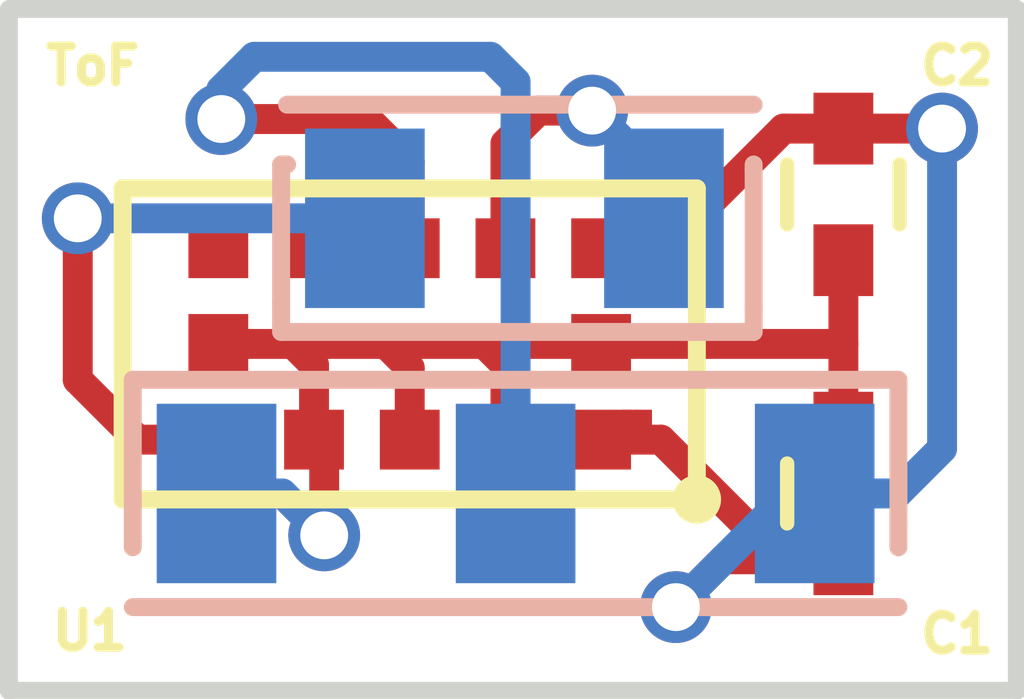
<source format=kicad_pcb>
(kicad_pcb (version 4) (host pcbnew 4.0.7-e2-6376~58~ubuntu16.04.1)

  (general
    (links 15)
    (no_connects 0)
    (area 143.958571 101.224999 152.925002 107.100002)
    (thickness 0.8)
    (drawings 7)
    (tracks 56)
    (zones 0)
    (modules 5)
    (nets 6)
  )

  (page A4)
  (layers
    (0 F.Cu signal)
    (31 B.Cu signal)
    (32 B.Adhes user)
    (33 F.Adhes user)
    (34 B.Paste user)
    (35 F.Paste user)
    (36 B.SilkS user)
    (37 F.SilkS user)
    (38 B.Mask user)
    (39 F.Mask user)
    (40 Dwgs.User user)
    (41 Cmts.User user)
    (42 Eco1.User user)
    (43 Eco2.User user)
    (44 Edge.Cuts user)
    (45 Margin user)
    (46 B.CrtYd user)
    (47 F.CrtYd user)
    (48 B.Fab user hide)
    (49 F.Fab user hide)
  )

  (setup
    (last_trace_width 0.25)
    (trace_clearance 0.2)
    (zone_clearance 0.3)
    (zone_45_only no)
    (trace_min 0.2)
    (segment_width 0.2)
    (edge_width 0.15)
    (via_size 0.6)
    (via_drill 0.4)
    (via_min_size 0.4)
    (via_min_drill 0.3)
    (uvia_size 0.3)
    (uvia_drill 0.1)
    (uvias_allowed no)
    (uvia_min_size 0.2)
    (uvia_min_drill 0.1)
    (pcb_text_width 0.3)
    (pcb_text_size 1.5 1.5)
    (mod_edge_width 0.15)
    (mod_text_size 0.3 0.3)
    (mod_text_width 0.075)
    (pad_size 1.524 1.524)
    (pad_drill 0.762)
    (pad_to_mask_clearance 0.2)
    (aux_axis_origin 0 0)
    (visible_elements FFFEFF7F)
    (pcbplotparams
      (layerselection 0x010fc_80000001)
      (usegerberextensions true)
      (excludeedgelayer true)
      (linewidth 0.100000)
      (plotframeref false)
      (viasonmask false)
      (mode 1)
      (useauxorigin false)
      (hpglpennumber 1)
      (hpglpenspeed 20)
      (hpglpendiameter 15)
      (hpglpenoverlay 2)
      (psnegative false)
      (psa4output false)
      (plotreference true)
      (plotvalue true)
      (plotinvisibletext false)
      (padsonsilk false)
      (subtractmaskfromsilk false)
      (outputformat 1)
      (mirror false)
      (drillshape 0)
      (scaleselection 1)
      (outputdirectory singlegerber/))
  )

  (net 0 "")
  (net 1 VCC1)
  (net 2 GND1)
  (net 3 SCL1)
  (net 4 SIGNAL1)
  (net 5 SDA1)

  (net_class Default "This is the default net class."
    (clearance 0.2)
    (trace_width 0.25)
    (via_dia 0.6)
    (via_drill 0.4)
    (uvia_dia 0.3)
    (uvia_drill 0.1)
    (add_net GND1)
    (add_net SCL1)
    (add_net SDA1)
    (add_net SIGNAL1)
    (add_net VCC1)
  )

  (module footprint:VL53L1X (layer F.Cu) (tedit 5B612273) (tstamp 5B600278)
    (at 149.275 104.9 90)
    (path /5B5FF9B9)
    (fp_text reference U1 (at -1.6 -4.275 360) (layer F.SilkS)
      (effects (font (size 0.3 0.3) (thickness 0.075)))
    )
    (fp_text value VL53L1X (at 0.73 -1.19 180) (layer F.Fab)
      (effects (font (size 0.3 0.3) (thickness 0.075)))
    )
    (fp_circle (center -0.5 0.8) (end -0.375 0.825) (layer F.SilkS) (width 0.15))
    (fp_line (start -0.5 0) (end -0.5 -4) (layer F.SilkS) (width 0.15))
    (fp_line (start -0.5 -4) (end 2.1 -4) (layer F.SilkS) (width 0.15))
    (fp_line (start 2.1 -4) (end 2.1 0.8) (layer F.SilkS) (width 0.15))
    (fp_line (start 2.1 0.8) (end -0.5 0.8) (layer F.SilkS) (width 0.15))
    (fp_line (start -0.5 0.8) (end -0.5 0) (layer F.SilkS) (width 0.15))
    (pad 1 smd rect (at 0 0 90) (size 0.5 0.5) (layers F.Cu F.Paste F.Mask)
      (net 1 VCC1))
    (pad 2 smd rect (at 0 -0.8 90) (size 0.5 0.5) (layers F.Cu F.Paste F.Mask)
      (net 2 GND1))
    (pad 3 smd rect (at 0 -1.6 90) (size 0.5 0.5) (layers F.Cu F.Paste F.Mask)
      (net 2 GND1))
    (pad 4 smd rect (at 0 -2.4 90) (size 0.5 0.5) (layers F.Cu F.Paste F.Mask)
      (net 2 GND1))
    (pad 5 smd rect (at 0 -3.2 90) (size 0.5 0.5) (layers F.Cu F.Paste F.Mask)
      (net 4 SIGNAL1))
    (pad 6 smd rect (at 0.8 -3.2 90) (size 0.5 0.5) (layers F.Cu F.Paste F.Mask)
      (net 2 GND1))
    (pad 7 smd rect (at 1.6 -3.2 90) (size 0.5 0.5) (layers F.Cu F.Paste F.Mask))
    (pad 8 smd rect (at 1.6 -2.4 90) (size 0.5 0.5) (layers F.Cu F.Paste F.Mask))
    (pad 9 smd rect (at 1.6 -1.6 90) (size 0.5 0.5) (layers F.Cu F.Paste F.Mask)
      (net 5 SDA1))
    (pad 10 smd rect (at 1.6 -0.8 90) (size 0.5 0.5) (layers F.Cu F.Paste F.Mask)
      (net 3 SCL1))
    (pad 11 smd rect (at 1.6 0 90) (size 0.5 0.5) (layers F.Cu F.Paste F.Mask)
      (net 1 VCC1))
    (pad 12 smd rect (at 0.8 0 90) (size 0.5 0.5) (layers F.Cu F.Paste F.Mask)
      (net 2 GND1))
    (pad 1 smd rect (at 0.125 0.3 90) (size 0.25 0.25) (layers F.Cu F.Paste F.Mask)
      (net 1 VCC1))
  )

  (module Capacitors_SMD:C_0402 (layer F.Cu) (tedit 5B612266) (tstamp 5B606C00)
    (at 151.3 105.35 90)
    (descr "Capacitor SMD 0402, reflow soldering, AVX (see smccp.pdf)")
    (tags "capacitor 0402")
    (path /5B606704)
    (attr smd)
    (fp_text reference C1 (at -1.175 0.95 360) (layer F.SilkS)
      (effects (font (size 0.3 0.3) (thickness 0.075)))
    )
    (fp_text value 100n (at -0.025 0 90) (layer F.Fab)
      (effects (font (size 0.3 0.3) (thickness 0.075)))
    )
    (fp_text user %R (at -0.11 0.9 90) (layer F.Fab)
      (effects (font (size 0.3 0.3) (thickness 0.075)))
    )
    (fp_line (start -0.5 0.25) (end -0.5 -0.25) (layer F.Fab) (width 0.1))
    (fp_line (start 0.5 0.25) (end -0.5 0.25) (layer F.Fab) (width 0.1))
    (fp_line (start 0.5 -0.25) (end 0.5 0.25) (layer F.Fab) (width 0.1))
    (fp_line (start -0.5 -0.25) (end 0.5 -0.25) (layer F.Fab) (width 0.1))
    (fp_line (start 0.25 -0.47) (end -0.25 -0.47) (layer F.SilkS) (width 0.12))
    (fp_line (start -0.25 0.47) (end 0.25 0.47) (layer F.SilkS) (width 0.12))
    (fp_line (start -1 -0.4) (end 1 -0.4) (layer F.CrtYd) (width 0.05))
    (fp_line (start -1 -0.4) (end -1 0.4) (layer F.CrtYd) (width 0.05))
    (fp_line (start 1 0.4) (end 1 -0.4) (layer F.CrtYd) (width 0.05))
    (fp_line (start 1 0.4) (end -1 0.4) (layer F.CrtYd) (width 0.05))
    (pad 1 smd rect (at -0.55 0 90) (size 0.6 0.5) (layers F.Cu F.Paste F.Mask)
      (net 1 VCC1))
    (pad 2 smd rect (at 0.55 0 90) (size 0.6 0.5) (layers F.Cu F.Paste F.Mask)
      (net 2 GND1))
    (model Capacitors_SMD.3dshapes/C_0402.wrl
      (at (xyz 0 0 0))
      (scale (xyz 1 1 1))
      (rotate (xyz 0 0 0))
    )
  )

  (module Capacitors_SMD:C_0402 (layer F.Cu) (tedit 5B61227B) (tstamp 5B606C06)
    (at 151.3 102.85 270)
    (descr "Capacitor SMD 0402, reflow soldering, AVX (see smccp.pdf)")
    (tags "capacitor 0402")
    (path /5B60667F)
    (attr smd)
    (fp_text reference C2 (at -1.075 -0.95 540) (layer F.SilkS)
      (effects (font (size 0.3 0.3) (thickness 0.075)))
    )
    (fp_text value 4.7u (at 0.05 -0.05 270) (layer F.Fab)
      (effects (font (size 0.3 0.3) (thickness 0.075)))
    )
    (fp_text user %R (at -0.1 -1.04 270) (layer F.Fab)
      (effects (font (size 0.3 0.3) (thickness 0.075)))
    )
    (fp_line (start -0.5 0.25) (end -0.5 -0.25) (layer F.Fab) (width 0.1))
    (fp_line (start 0.5 0.25) (end -0.5 0.25) (layer F.Fab) (width 0.1))
    (fp_line (start 0.5 -0.25) (end 0.5 0.25) (layer F.Fab) (width 0.1))
    (fp_line (start -0.5 -0.25) (end 0.5 -0.25) (layer F.Fab) (width 0.1))
    (fp_line (start 0.25 -0.47) (end -0.25 -0.47) (layer F.SilkS) (width 0.12))
    (fp_line (start -0.25 0.47) (end 0.25 0.47) (layer F.SilkS) (width 0.12))
    (fp_line (start -1 -0.4) (end 1 -0.4) (layer F.CrtYd) (width 0.05))
    (fp_line (start -1 -0.4) (end -1 0.4) (layer F.CrtYd) (width 0.05))
    (fp_line (start 1 0.4) (end 1 -0.4) (layer F.CrtYd) (width 0.05))
    (fp_line (start 1 0.4) (end -1 0.4) (layer F.CrtYd) (width 0.05))
    (pad 1 smd rect (at -0.55 0 270) (size 0.6 0.5) (layers F.Cu F.Paste F.Mask)
      (net 1 VCC1))
    (pad 2 smd rect (at 0.55 0 270) (size 0.6 0.5) (layers F.Cu F.Paste F.Mask)
      (net 2 GND1))
    (model Capacitors_SMD.3dshapes/C_0402.wrl
      (at (xyz 0 0 0))
      (scale (xyz 1 1 1))
      (rotate (xyz 0 0 0))
    )
  )

  (module footprint:ToFTop (layer B.Cu) (tedit 5B60739F) (tstamp 5B60736E)
    (at 148.55 103.3 180)
    (path /5B606E26)
    (fp_text reference J1 (at 2.43 -0.31 270) (layer B.SilkS) hide
      (effects (font (size 0.3 0.3) (thickness 0.075)) (justify mirror))
    )
    (fp_text value Top (at 0.05 0.25 180) (layer B.Fab)
      (effects (font (size 0.3 0.3) (thickness 0.075)) (justify mirror))
    )
    (fp_line (start -2 -0.5) (end -2 0.65) (layer B.SilkS) (width 0.15))
    (fp_line (start -2 0.65) (end -2 0.7) (layer B.SilkS) (width 0.15))
    (fp_line (start -2 1.2) (end 1.9 1.2) (layer B.SilkS) (width 0.15))
    (fp_line (start 1.9 0.7) (end 1.95 0.7) (layer B.SilkS) (width 0.15))
    (fp_line (start 1.95 0.7) (end 1.95 -0.45) (layer B.SilkS) (width 0.15))
    (fp_line (start 1.95 -0.45) (end 1.95 -0.65) (layer B.SilkS) (width 0.15))
    (fp_line (start 1.95 -0.65) (end 1.95 -0.7) (layer B.SilkS) (width 0.15))
    (fp_line (start 1.95 -0.7) (end -2 -0.7) (layer B.SilkS) (width 0.15))
    (fp_line (start -2 -0.7) (end -2 -0.5) (layer B.SilkS) (width 0.15))
    (pad 1 smd rect (at -1.25 0.25 180) (size 1 1.5) (layers B.Cu B.Paste B.Mask)
      (net 3 SCL1))
    (pad 2 smd rect (at 1.25 0.25 180) (size 1 1.5) (layers B.Cu B.Paste B.Mask)
      (net 4 SIGNAL1))
  )

  (module footprint:ToFBottom (layer B.Cu) (tedit 5B6073A2) (tstamp 5B607373)
    (at 148.56 105.1 180)
    (path /5B606EF1)
    (fp_text reference J2 (at -2.58 1.51 270) (layer B.SilkS) hide
      (effects (font (size 0.3 0.3) (thickness 0.075)) (justify mirror))
    )
    (fp_text value Bot (at 4.03 0.03 180) (layer B.Fab)
      (effects (font (size 0.3 0.3) (thickness 0.075)) (justify mirror))
    )
    (fp_line (start -3.2 -0.5) (end -3.2 0.65) (layer B.SilkS) (width 0.15))
    (fp_line (start -3.2 0.65) (end -3.2 0.7) (layer B.SilkS) (width 0.15))
    (fp_line (start -3.2 0.7) (end 3.15 0.7) (layer B.SilkS) (width 0.15))
    (fp_line (start 3.15 0.7) (end 3.2 0.7) (layer B.SilkS) (width 0.15))
    (fp_line (start 3.2 0.7) (end 3.2 -0.65) (layer B.SilkS) (width 0.15))
    (fp_line (start 3.2 -0.65) (end 3.2 -0.7) (layer B.SilkS) (width 0.15))
    (fp_line (start 3.2 -1.2) (end -3.2 -1.2) (layer B.SilkS) (width 0.15))
    (fp_line (start -3.2 -0.7) (end -3.2 -0.5) (layer B.SilkS) (width 0.15))
    (pad 1 smd rect (at -2.5 -0.25 180) (size 1 1.5) (layers B.Cu B.Paste B.Mask)
      (net 1 VCC1))
    (pad 2 smd rect (at 0 -0.25 180) (size 1 1.5) (layers B.Cu B.Paste B.Mask)
      (net 5 SDA1))
    (pad 3 smd rect (at 2.5 -0.25 180) (size 1 1.5) (layers B.Cu B.Paste B.Mask)
      (net 2 GND1))
  )

  (gr_text ToF (at 145.025 101.775) (layer F.SilkS)
    (effects (font (size 0.3 0.3) (thickness 0.075)))
  )
  (gr_line (start 152.75 101.3) (end 152.75 107) (angle 90) (layer Edge.Cuts) (width 0.15))
  (gr_line (start 144.325 101.3) (end 144.325 106.925) (angle 90) (layer Edge.Cuts) (width 0.15))
  (gr_line (start 148.1 101.3) (end 144.325 101.3) (angle 90) (layer Edge.Cuts) (width 0.15))
  (gr_line (start 148.1 101.3) (end 152.75 101.3) (angle 90) (layer Edge.Cuts) (width 0.15))
  (gr_line (start 144.325 107) (end 144.325 106.925) (angle 90) (layer Edge.Cuts) (width 0.15))
  (gr_line (start 152.75 107) (end 144.325 107) (angle 90) (layer Edge.Cuts) (width 0.15))

  (segment (start 151.06 105.35) (end 151.75 105.35) (width 0.25) (layer B.Cu) (net 1))
  (segment (start 152.125 102.3) (end 151.3 102.3) (width 0.25) (layer F.Cu) (net 1) (tstamp 5B612168))
  (via (at 152.125 102.3) (size 0.6) (drill 0.4) (layers F.Cu B.Cu) (net 1))
  (segment (start 152.125 104.975) (end 152.125 102.3) (width 0.25) (layer B.Cu) (net 1) (tstamp 5B612163))
  (segment (start 151.75 105.35) (end 152.125 104.975) (width 0.25) (layer B.Cu) (net 1) (tstamp 5B612161))
  (segment (start 151.3 105.9) (end 150.3 105.9) (width 0.25) (layer F.Cu) (net 1))
  (segment (start 149.9 106.3) (end 150.85 105.35) (width 0.25) (layer B.Cu) (net 1) (tstamp 5B612109))
  (via (at 149.9 106.3) (size 0.6) (drill 0.4) (layers F.Cu B.Cu) (net 1))
  (segment (start 150.3 105.9) (end 149.9 106.3) (width 0.25) (layer F.Cu) (net 1) (tstamp 5B6120FF))
  (segment (start 150.85 105.35) (end 151.06 105.35) (width 0.25) (layer B.Cu) (net 1) (tstamp 5B61210A))
  (segment (start 149.275 104.9) (end 149.775 104.9) (width 0.25) (layer F.Cu) (net 1))
  (segment (start 150.775 105.9) (end 151.3 105.9) (width 0.25) (layer F.Cu) (net 1) (tstamp 5B6120B3))
  (segment (start 149.775 104.9) (end 150.775 105.9) (width 0.25) (layer F.Cu) (net 1) (tstamp 5B6120B1))
  (segment (start 149.275 103.3) (end 149.8 103.3) (width 0.25) (layer F.Cu) (net 1))
  (segment (start 149.8 103.3) (end 150.8 102.3) (width 0.25) (layer F.Cu) (net 1) (tstamp 5B6120AD))
  (segment (start 150.8 102.3) (end 151.3 102.3) (width 0.25) (layer F.Cu) (net 1) (tstamp 5B6120AE))
  (segment (start 149.275 104.9) (end 149.45 104.9) (width 0.25) (layer F.Cu) (net 1))
  (segment (start 149.45 104.9) (end 149.575 104.775) (width 0.25) (layer F.Cu) (net 1) (tstamp 5B6120A5))
  (segment (start 148.475 104.9) (end 148.475 104.275) (width 0.25) (layer F.Cu) (net 2))
  (segment (start 148.475 104.275) (end 148.3 104.1) (width 0.25) (layer F.Cu) (net 2) (tstamp 5B6120A0))
  (segment (start 147.675 104.9) (end 147.675 104.3) (width 0.25) (layer F.Cu) (net 2))
  (segment (start 147.675 104.3) (end 147.475 104.1) (width 0.25) (layer F.Cu) (net 2) (tstamp 5B61209B))
  (segment (start 146.875 104.9) (end 146.875 104.275) (width 0.25) (layer F.Cu) (net 2))
  (segment (start 146.875 104.275) (end 146.7 104.1) (width 0.25) (layer F.Cu) (net 2) (tstamp 5B612095))
  (segment (start 151.3 103.35) (end 151.3 104.1) (width 0.25) (layer F.Cu) (net 2))
  (segment (start 149.275 104.1) (end 151.3 104.1) (width 0.25) (layer F.Cu) (net 2))
  (segment (start 151.3 104.1) (end 151.3 104.8) (width 0.25) (layer F.Cu) (net 2) (tstamp 5B612034))
  (segment (start 146.075 104.1) (end 146.7 104.1) (width 0.25) (layer F.Cu) (net 2))
  (segment (start 146.7 104.1) (end 147.475 104.1) (width 0.25) (layer F.Cu) (net 2) (tstamp 5B612099))
  (segment (start 147.475 104.1) (end 148.3 104.1) (width 0.25) (layer F.Cu) (net 2) (tstamp 5B61209E))
  (segment (start 148.3 104.1) (end 149.275 104.1) (width 0.25) (layer F.Cu) (net 2) (tstamp 5B6120A3))
  (segment (start 146.96 104.9) (end 146.96 105.7) (width 0.25) (layer F.Cu) (net 2))
  (segment (start 146.61 105.35) (end 146.06 105.35) (width 0.25) (layer B.Cu) (net 2) (tstamp 5B6070BD))
  (segment (start 146.96 105.7) (end 146.61 105.35) (width 0.25) (layer B.Cu) (net 2) (tstamp 5B6070BC))
  (via (at 146.96 105.7) (size 0.6) (drill 0.4) (layers F.Cu B.Cu) (net 2))
  (segment (start 148.475 103.3) (end 148.475 102.425) (width 0.25) (layer F.Cu) (net 3))
  (segment (start 148.75 102.15) (end 149.2 102.15) (width 0.25) (layer F.Cu) (net 3) (tstamp 5B6120A9))
  (segment (start 148.475 102.425) (end 148.75 102.15) (width 0.25) (layer F.Cu) (net 3) (tstamp 5B6120A8))
  (segment (start 149.2 102.15) (end 149.8 102.75) (width 0.25) (layer B.Cu) (net 3) (tstamp 5B6070CB))
  (via (at 149.2 102.15) (size 0.6) (drill 0.4) (layers F.Cu B.Cu) (net 3))
  (segment (start 149.8 102.75) (end 149.8 103.05) (width 0.25) (layer B.Cu) (net 3) (tstamp 5B6070CC))
  (segment (start 146.075 104.9) (end 145.4 104.9) (width 0.25) (layer F.Cu) (net 4))
  (segment (start 144.9 103.05) (end 147.3 103.05) (width 0.25) (layer B.Cu) (net 4) (tstamp 5B612085))
  (via (at 144.9 103.05) (size 0.6) (drill 0.4) (layers F.Cu B.Cu) (net 4))
  (segment (start 144.9 104.4) (end 144.9 103.05) (width 0.25) (layer F.Cu) (net 4) (tstamp 5B612083))
  (segment (start 145.4 104.9) (end 144.9 104.4) (width 0.25) (layer F.Cu) (net 4) (tstamp 5B612082))
  (segment (start 146.1 102.22) (end 146.1 101.975) (width 0.25) (layer B.Cu) (net 5))
  (segment (start 148.56 101.91) (end 148.56 102.26) (width 0.25) (layer B.Cu) (net 5) (tstamp 5B61211E))
  (segment (start 148.35 101.7) (end 148.56 101.91) (width 0.25) (layer B.Cu) (net 5) (tstamp 5B61211D))
  (segment (start 146.375 101.7) (end 148.35 101.7) (width 0.25) (layer B.Cu) (net 5) (tstamp 5B61211B))
  (segment (start 146.1 101.975) (end 146.375 101.7) (width 0.25) (layer B.Cu) (net 5) (tstamp 5B612119))
  (segment (start 147.675 103.3) (end 147.675 102.575) (width 0.25) (layer F.Cu) (net 5))
  (segment (start 147.32 102.22) (end 146.1 102.22) (width 0.25) (layer F.Cu) (net 5) (tstamp 5B6120C5))
  (segment (start 147.675 102.575) (end 147.32 102.22) (width 0.25) (layer F.Cu) (net 5) (tstamp 5B6120C4))
  (segment (start 148.56 105.35) (end 148.56 102.26) (width 0.25) (layer B.Cu) (net 5))
  (via (at 146.1 102.22) (size 0.6) (drill 0.4) (layers F.Cu B.Cu) (net 5))

)

</source>
